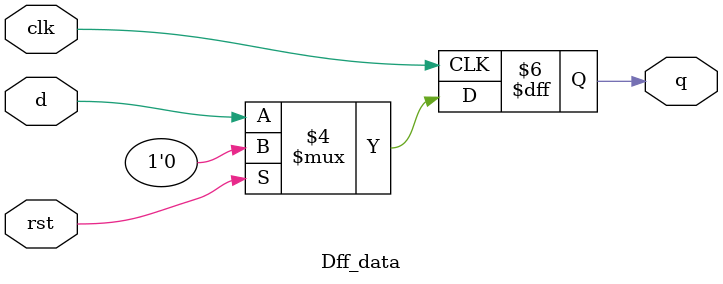
<source format=v>
`timescale 1ns / 1ps
module Dff_data(clk,rst,d,q);
input clk,rst,d;
output reg q;

always@(posedge clk)begin
    if(rst==1)begin
	  q=0;
	end
	else begin
	  q = d;
	end
end
endmodule
</source>
